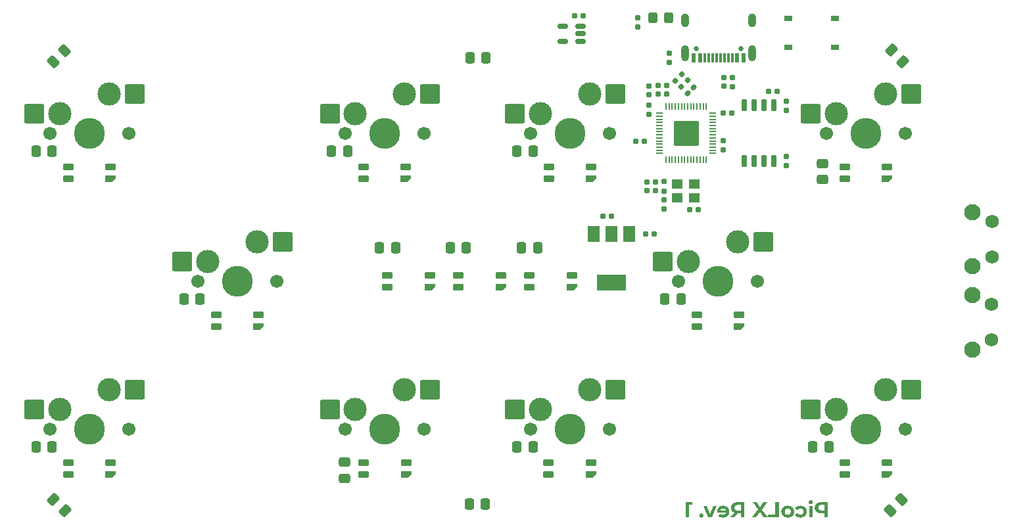
<source format=gbs>
%TF.GenerationSoftware,KiCad,Pcbnew,(7.0.0)*%
%TF.CreationDate,2023-03-23T02:06:17-06:00*%
%TF.ProjectId,PicoLX,5069636f-4c58-42e6-9b69-6361645f7063,rev?*%
%TF.SameCoordinates,Original*%
%TF.FileFunction,Soldermask,Bot*%
%TF.FilePolarity,Negative*%
%FSLAX46Y46*%
G04 Gerber Fmt 4.6, Leading zero omitted, Abs format (unit mm)*
G04 Created by KiCad (PCBNEW (7.0.0)) date 2023-03-23 02:06:17*
%MOMM*%
%LPD*%
G01*
G04 APERTURE LIST*
G04 Aperture macros list*
%AMRoundRect*
0 Rectangle with rounded corners*
0 $1 Rounding radius*
0 $2 $3 $4 $5 $6 $7 $8 $9 X,Y pos of 4 corners*
0 Add a 4 corners polygon primitive as box body*
4,1,4,$2,$3,$4,$5,$6,$7,$8,$9,$2,$3,0*
0 Add four circle primitives for the rounded corners*
1,1,$1+$1,$2,$3*
1,1,$1+$1,$4,$5*
1,1,$1+$1,$6,$7*
1,1,$1+$1,$8,$9*
0 Add four rect primitives between the rounded corners*
20,1,$1+$1,$2,$3,$4,$5,0*
20,1,$1+$1,$4,$5,$6,$7,0*
20,1,$1+$1,$6,$7,$8,$9,0*
20,1,$1+$1,$8,$9,$2,$3,0*%
%AMFreePoly0*
4,1,18,-0.410000,0.593000,-0.403758,0.624380,-0.385983,0.650983,-0.359380,0.668758,-0.328000,0.675000,0.328000,0.675000,0.359380,0.668758,0.385983,0.650983,0.403758,0.624380,0.410000,0.593000,0.410000,-0.593000,0.403758,-0.624380,0.385983,-0.650983,0.359380,-0.668758,0.328000,-0.675000,0.000000,-0.675000,-0.410000,-0.265000,-0.410000,0.593000,-0.410000,0.593000,$1*%
G04 Aperture macros list end*
%ADD10C,0.200000*%
%ADD11RoundRect,0.155000X0.212500X0.155000X-0.212500X0.155000X-0.212500X-0.155000X0.212500X-0.155000X0*%
%ADD12RoundRect,0.160000X0.160000X-0.197500X0.160000X0.197500X-0.160000X0.197500X-0.160000X-0.197500X0*%
%ADD13RoundRect,0.250000X-0.337500X-0.475000X0.337500X-0.475000X0.337500X0.475000X-0.337500X0.475000X0*%
%ADD14RoundRect,0.250000X0.475000X-0.337500X0.475000X0.337500X-0.475000X0.337500X-0.475000X-0.337500X0*%
%ADD15RoundRect,0.250000X0.337500X0.475000X-0.337500X0.475000X-0.337500X-0.475000X0.337500X-0.475000X0*%
%ADD16RoundRect,0.250000X-0.475000X0.337500X-0.475000X-0.337500X0.475000X-0.337500X0.475000X0.337500X0*%
%ADD17RoundRect,0.250000X0.574524X0.097227X0.097227X0.574524X-0.574524X-0.097227X-0.097227X-0.574524X0*%
%ADD18RoundRect,0.250000X0.097227X-0.574524X0.574524X-0.097227X-0.097227X0.574524X-0.574524X0.097227X0*%
%ADD19RoundRect,0.250000X-0.097227X0.574524X-0.574524X0.097227X0.097227X-0.574524X0.574524X-0.097227X0*%
%ADD20C,2.100000*%
%ADD21C,1.750000*%
%ADD22RoundRect,0.082000X0.593000X-0.328000X0.593000X0.328000X-0.593000X0.328000X-0.593000X-0.328000X0*%
%ADD23FreePoly0,90.000000*%
%ADD24RoundRect,0.200000X-1.075000X-1.050000X1.075000X-1.050000X1.075000X1.050000X-1.075000X1.050000X0*%
%ADD25C,1.701800*%
%ADD26C,3.000000*%
%ADD27C,3.987800*%
%ADD28RoundRect,0.160000X-0.160000X0.197500X-0.160000X-0.197500X0.160000X-0.197500X0.160000X0.197500X0*%
%ADD29RoundRect,0.160000X-0.026517X-0.252791X0.252791X0.026517X0.026517X0.252791X-0.252791X-0.026517X0*%
%ADD30R,1.400000X1.200000*%
%ADD31RoundRect,0.155000X-0.155000X0.212500X-0.155000X-0.212500X0.155000X-0.212500X0.155000X0.212500X0*%
%ADD32RoundRect,0.155000X0.155000X-0.212500X0.155000X0.212500X-0.155000X0.212500X-0.155000X-0.212500X0*%
%ADD33R,1.000000X0.750000*%
%ADD34RoundRect,0.155000X-0.212500X-0.155000X0.212500X-0.155000X0.212500X0.155000X-0.212500X0.155000X0*%
%ADD35O,1.000000X2.100000*%
%ADD36O,1.000000X1.800000*%
%ADD37R,0.600000X1.240000*%
%ADD38R,0.300000X1.240000*%
%ADD39C,0.650000*%
%ADD40RoundRect,0.250000X0.325000X0.450000X-0.325000X0.450000X-0.325000X-0.450000X0.325000X-0.450000X0*%
%ADD41RoundRect,0.144000X1.456000X1.456000X-1.456000X1.456000X-1.456000X-1.456000X1.456000X-1.456000X0*%
%ADD42RoundRect,0.050000X0.050000X0.387500X-0.050000X0.387500X-0.050000X-0.387500X0.050000X-0.387500X0*%
%ADD43RoundRect,0.050000X0.387500X0.050000X-0.387500X0.050000X-0.387500X-0.050000X0.387500X-0.050000X0*%
%ADD44RoundRect,0.150000X0.512500X0.150000X-0.512500X0.150000X-0.512500X-0.150000X0.512500X-0.150000X0*%
%ADD45R,1.500000X2.000000*%
%ADD46R,3.800000X2.000000*%
%ADD47RoundRect,0.155000X-0.040659X-0.259862X0.259862X0.040659X0.040659X0.259862X-0.259862X-0.040659X0*%
%ADD48RoundRect,0.150000X0.150000X-0.650000X0.150000X0.650000X-0.150000X0.650000X-0.150000X-0.650000X0*%
G04 APERTURE END LIST*
D10*
G36*
X204469880Y-126771600D02*
G01*
X204016566Y-126771600D01*
X204016566Y-126224007D01*
X203621381Y-126224007D01*
X203589104Y-126223673D01*
X203557366Y-126222671D01*
X203526166Y-126221002D01*
X203495504Y-126218664D01*
X203465380Y-126215659D01*
X203435794Y-126211986D01*
X203406747Y-126207645D01*
X203378237Y-126202636D01*
X203350265Y-126196959D01*
X203322832Y-126190614D01*
X203295937Y-126183602D01*
X203269579Y-126175922D01*
X203243760Y-126167574D01*
X203218479Y-126158558D01*
X203193736Y-126148874D01*
X203169531Y-126138522D01*
X203145880Y-126127541D01*
X203122919Y-126115968D01*
X203100649Y-126103803D01*
X203079070Y-126091047D01*
X203058181Y-126077700D01*
X203037984Y-126063761D01*
X203018477Y-126049230D01*
X202999660Y-126034108D01*
X202981535Y-126018395D01*
X202964100Y-126002090D01*
X202947356Y-125985193D01*
X202931303Y-125967705D01*
X202915941Y-125949625D01*
X202901269Y-125930954D01*
X202887288Y-125911691D01*
X202873998Y-125891837D01*
X202861457Y-125871414D01*
X202849726Y-125850567D01*
X202838804Y-125829297D01*
X202828690Y-125807604D01*
X202819386Y-125785486D01*
X202810891Y-125762945D01*
X202803205Y-125739981D01*
X202796328Y-125716593D01*
X202790260Y-125692781D01*
X202785002Y-125668545D01*
X202780552Y-125643886D01*
X202776911Y-125618804D01*
X202774079Y-125593298D01*
X202772057Y-125567368D01*
X202770843Y-125541014D01*
X202770439Y-125514237D01*
X203229615Y-125514237D01*
X203229719Y-125524665D01*
X203230551Y-125545071D01*
X203232215Y-125564877D01*
X203236271Y-125593464D01*
X203242198Y-125620702D01*
X203249998Y-125646592D01*
X203259669Y-125671134D01*
X203271213Y-125694328D01*
X203284628Y-125716174D01*
X203299915Y-125736672D01*
X203317074Y-125755822D01*
X203336105Y-125773623D01*
X203349798Y-125784685D01*
X203371768Y-125799939D01*
X203395456Y-125813587D01*
X203420861Y-125825630D01*
X203447984Y-125836067D01*
X203467019Y-125842133D01*
X203486818Y-125847486D01*
X203507380Y-125852124D01*
X203528706Y-125856049D01*
X203550794Y-125859261D01*
X203573646Y-125861759D01*
X203597262Y-125863543D01*
X203621640Y-125864613D01*
X203646782Y-125864970D01*
X204016566Y-125864970D01*
X204016566Y-125161062D01*
X203646782Y-125161062D01*
X203634116Y-125161151D01*
X203609356Y-125161865D01*
X203585359Y-125163292D01*
X203562125Y-125165433D01*
X203539655Y-125168288D01*
X203517948Y-125171856D01*
X203497004Y-125176138D01*
X203476823Y-125181133D01*
X203457406Y-125186843D01*
X203429711Y-125196745D01*
X203403734Y-125208252D01*
X203379473Y-125221365D01*
X203356931Y-125236084D01*
X203336105Y-125252409D01*
X203323210Y-125264136D01*
X203305427Y-125282887D01*
X203289516Y-125303028D01*
X203275476Y-125324561D01*
X203263309Y-125347484D01*
X203253014Y-125371799D01*
X203244590Y-125397505D01*
X203238039Y-125424601D01*
X203233359Y-125453089D01*
X203231279Y-125472853D01*
X203230031Y-125493236D01*
X203229615Y-125514237D01*
X202770439Y-125514237D01*
X202770843Y-125487172D01*
X202772057Y-125460565D01*
X202774079Y-125434416D01*
X202776911Y-125408724D01*
X202780552Y-125383491D01*
X202785002Y-125358716D01*
X202790260Y-125334398D01*
X202796328Y-125310539D01*
X202803205Y-125287137D01*
X202810891Y-125264194D01*
X202819386Y-125241708D01*
X202828690Y-125219680D01*
X202838804Y-125198111D01*
X202849726Y-125176999D01*
X202861457Y-125156345D01*
X202873998Y-125136149D01*
X202887288Y-125116408D01*
X202901269Y-125097238D01*
X202915941Y-125078642D01*
X202931303Y-125060617D01*
X202947356Y-125043165D01*
X202964100Y-125026286D01*
X202981535Y-125009979D01*
X202999660Y-124994244D01*
X203018477Y-124979082D01*
X203037984Y-124964492D01*
X203058181Y-124950475D01*
X203079070Y-124937030D01*
X203100649Y-124924158D01*
X203122919Y-124911858D01*
X203145880Y-124900131D01*
X203169531Y-124888976D01*
X203193736Y-124878446D01*
X203218479Y-124868597D01*
X203243760Y-124859426D01*
X203269579Y-124850935D01*
X203295937Y-124843123D01*
X203322832Y-124835990D01*
X203350265Y-124829537D01*
X203378237Y-124823763D01*
X203406747Y-124818668D01*
X203435794Y-124814253D01*
X203465380Y-124810516D01*
X203495504Y-124807460D01*
X203526166Y-124805082D01*
X203557366Y-124803384D01*
X203589104Y-124802365D01*
X203621381Y-124802025D01*
X204469880Y-124802025D01*
X204469880Y-126771600D01*
G37*
G36*
X202480278Y-125270971D02*
G01*
X202043572Y-125270971D01*
X202043572Y-126771600D01*
X202480278Y-126771600D01*
X202480278Y-125270971D01*
G37*
G36*
X202262413Y-125052130D02*
G01*
X202284554Y-125051499D01*
X202305913Y-125049605D01*
X202326491Y-125046450D01*
X202346288Y-125042032D01*
X202365303Y-125036352D01*
X202389441Y-125026815D01*
X202412190Y-125015034D01*
X202433550Y-125001009D01*
X202453521Y-124984740D01*
X202458296Y-124980322D01*
X202476042Y-124961829D01*
X202491422Y-124942251D01*
X202504435Y-124921590D01*
X202515083Y-124899844D01*
X202523364Y-124877015D01*
X202529279Y-124853102D01*
X202532828Y-124828106D01*
X202534012Y-124802025D01*
X202533346Y-124782363D01*
X202530388Y-124757095D01*
X202525065Y-124732912D01*
X202517375Y-124709812D01*
X202507319Y-124687795D01*
X202494897Y-124666863D01*
X202480109Y-124647014D01*
X202462954Y-124628250D01*
X202458296Y-124623728D01*
X202438673Y-124606898D01*
X202417660Y-124592312D01*
X202395259Y-124579970D01*
X202371468Y-124569872D01*
X202352713Y-124563772D01*
X202333177Y-124558933D01*
X202312860Y-124555357D01*
X202291761Y-124553042D01*
X202269881Y-124551991D01*
X202262413Y-124551921D01*
X202240190Y-124552526D01*
X202218765Y-124554342D01*
X202198138Y-124557369D01*
X202178310Y-124561606D01*
X202159280Y-124567054D01*
X202135150Y-124576202D01*
X202112439Y-124587502D01*
X202091148Y-124600955D01*
X202071277Y-124616559D01*
X202066531Y-124620797D01*
X202048785Y-124638558D01*
X202033405Y-124657403D01*
X202020392Y-124677332D01*
X202009744Y-124698344D01*
X202001463Y-124720440D01*
X201995548Y-124743621D01*
X201991998Y-124767885D01*
X201990815Y-124793232D01*
X201991481Y-124813955D01*
X201993477Y-124833990D01*
X201996805Y-124853339D01*
X202003311Y-124878069D01*
X202012184Y-124901577D01*
X202023423Y-124923864D01*
X202037028Y-124944930D01*
X202053000Y-124964775D01*
X202066531Y-124978857D01*
X202081035Y-124991952D01*
X202101616Y-125007408D01*
X202123617Y-125020574D01*
X202147038Y-125031450D01*
X202165535Y-125038105D01*
X202184831Y-125043472D01*
X202204925Y-125047550D01*
X202225818Y-125050341D01*
X202247509Y-125051844D01*
X202262413Y-125052130D01*
G37*
G36*
X200910285Y-126787231D02*
G01*
X200940197Y-126786848D01*
X200969728Y-126785697D01*
X200998877Y-126783779D01*
X201027644Y-126781094D01*
X201056029Y-126777643D01*
X201084033Y-126773424D01*
X201111656Y-126768438D01*
X201138896Y-126762685D01*
X201165755Y-126756164D01*
X201192233Y-126748877D01*
X201218329Y-126740823D01*
X201244043Y-126732002D01*
X201269375Y-126722413D01*
X201294326Y-126712058D01*
X201318896Y-126700935D01*
X201343083Y-126689045D01*
X201366693Y-126676476D01*
X201389650Y-126663316D01*
X201411954Y-126649564D01*
X201433606Y-126635220D01*
X201454605Y-126620285D01*
X201474952Y-126604759D01*
X201494646Y-126588641D01*
X201513687Y-126571931D01*
X201532076Y-126554630D01*
X201549812Y-126536737D01*
X201566896Y-126518253D01*
X201583327Y-126499177D01*
X201599105Y-126479510D01*
X201614231Y-126459251D01*
X201628704Y-126438401D01*
X201642525Y-126416959D01*
X201655598Y-126394977D01*
X201667827Y-126372629D01*
X201679213Y-126349914D01*
X201689756Y-126326833D01*
X201699455Y-126303386D01*
X201708310Y-126279572D01*
X201716323Y-126255392D01*
X201723492Y-126230846D01*
X201729817Y-126205933D01*
X201735299Y-126180654D01*
X201739938Y-126155008D01*
X201743733Y-126128997D01*
X201746685Y-126102618D01*
X201748794Y-126075874D01*
X201750059Y-126048763D01*
X201750480Y-126021285D01*
X201750059Y-125993810D01*
X201748794Y-125966705D01*
X201746685Y-125939970D01*
X201743733Y-125913605D01*
X201739938Y-125887610D01*
X201735299Y-125861986D01*
X201729817Y-125836731D01*
X201723492Y-125811847D01*
X201716323Y-125787333D01*
X201708310Y-125763189D01*
X201699455Y-125739416D01*
X201689756Y-125716012D01*
X201679213Y-125692979D01*
X201667827Y-125670316D01*
X201655598Y-125648023D01*
X201642525Y-125626101D01*
X201628704Y-125604600D01*
X201614231Y-125583694D01*
X201599105Y-125563384D01*
X201583327Y-125543669D01*
X201566896Y-125524549D01*
X201549812Y-125506025D01*
X201532076Y-125488096D01*
X201513687Y-125470762D01*
X201494646Y-125454024D01*
X201474952Y-125437881D01*
X201454605Y-125422333D01*
X201433606Y-125407381D01*
X201411954Y-125393024D01*
X201389650Y-125379263D01*
X201366693Y-125366096D01*
X201343083Y-125353526D01*
X201318896Y-125341636D01*
X201294326Y-125330513D01*
X201269375Y-125320158D01*
X201244043Y-125310569D01*
X201218329Y-125301748D01*
X201192233Y-125293694D01*
X201165755Y-125286406D01*
X201138896Y-125279886D01*
X201111656Y-125274133D01*
X201084033Y-125269147D01*
X201056029Y-125264928D01*
X201027644Y-125261477D01*
X200998877Y-125258792D01*
X200969728Y-125256874D01*
X200940197Y-125255723D01*
X200910285Y-125255340D01*
X200880783Y-125255733D01*
X200851751Y-125256912D01*
X200823188Y-125258878D01*
X200795094Y-125261629D01*
X200767470Y-125265167D01*
X200740315Y-125269491D01*
X200713629Y-125274601D01*
X200687413Y-125280497D01*
X200661667Y-125287179D01*
X200636390Y-125294648D01*
X200611582Y-125302902D01*
X200587243Y-125311943D01*
X200563374Y-125321770D01*
X200539975Y-125332383D01*
X200517045Y-125343783D01*
X200494584Y-125355968D01*
X200472735Y-125368823D01*
X200451643Y-125382354D01*
X200431306Y-125396560D01*
X200411724Y-125411442D01*
X200392899Y-125426999D01*
X200374828Y-125443231D01*
X200357514Y-125460139D01*
X200340955Y-125477723D01*
X200325152Y-125495982D01*
X200310104Y-125514917D01*
X200295812Y-125534527D01*
X200282276Y-125554812D01*
X200269495Y-125575773D01*
X200257470Y-125597410D01*
X200246200Y-125619722D01*
X200235686Y-125642709D01*
X200574207Y-125819052D01*
X200589327Y-125794267D01*
X200605256Y-125771082D01*
X200621995Y-125749495D01*
X200639542Y-125729507D01*
X200657898Y-125711118D01*
X200677064Y-125694328D01*
X200697038Y-125679137D01*
X200717822Y-125665546D01*
X200739414Y-125653553D01*
X200761816Y-125643159D01*
X200785027Y-125634365D01*
X200809046Y-125627169D01*
X200833875Y-125621573D01*
X200859513Y-125617575D01*
X200885960Y-125615176D01*
X200913216Y-125614377D01*
X200934299Y-125614804D01*
X200954928Y-125616087D01*
X200975103Y-125618224D01*
X200994824Y-125621216D01*
X201014090Y-125625063D01*
X201042139Y-125632436D01*
X201069165Y-125641732D01*
X201095170Y-125652952D01*
X201120153Y-125666095D01*
X201144114Y-125681162D01*
X201167053Y-125698152D01*
X201188970Y-125717066D01*
X201196049Y-125723798D01*
X201216040Y-125744922D01*
X201234065Y-125767447D01*
X201250124Y-125791370D01*
X201264216Y-125816694D01*
X201276342Y-125843417D01*
X201283333Y-125862010D01*
X201289451Y-125881225D01*
X201294694Y-125901062D01*
X201299064Y-125921521D01*
X201302560Y-125942603D01*
X201305181Y-125964306D01*
X201306929Y-125986631D01*
X201307803Y-126009579D01*
X201307912Y-126021285D01*
X201307475Y-126044546D01*
X201306165Y-126067188D01*
X201303980Y-126089212D01*
X201300921Y-126110617D01*
X201296988Y-126131405D01*
X201292182Y-126151574D01*
X201286501Y-126171125D01*
X201279947Y-126190057D01*
X201272518Y-126208372D01*
X201264216Y-126226068D01*
X201250124Y-126251453D01*
X201234065Y-126275447D01*
X201216040Y-126298050D01*
X201196049Y-126319262D01*
X201174472Y-126338729D01*
X201151874Y-126356282D01*
X201128253Y-126371919D01*
X201103611Y-126385642D01*
X201077947Y-126397450D01*
X201051261Y-126407344D01*
X201023553Y-126415322D01*
X200994824Y-126421386D01*
X200975103Y-126424364D01*
X200954928Y-126426492D01*
X200934299Y-126427769D01*
X200913216Y-126428194D01*
X200885617Y-126427408D01*
X200858872Y-126425049D01*
X200832982Y-126421119D01*
X200807947Y-126415616D01*
X200783767Y-126408540D01*
X200760442Y-126399892D01*
X200737972Y-126389672D01*
X200716356Y-126377880D01*
X200695596Y-126364515D01*
X200675690Y-126349578D01*
X200656639Y-126333069D01*
X200638443Y-126314987D01*
X200621102Y-126295334D01*
X200604615Y-126274107D01*
X200588984Y-126251309D01*
X200574207Y-126226938D01*
X200235686Y-126406212D01*
X200246200Y-126428316D01*
X200257470Y-126449810D01*
X200269495Y-126470692D01*
X200282276Y-126490964D01*
X200295812Y-126510626D01*
X200310104Y-126529677D01*
X200325152Y-126548117D01*
X200340955Y-126565947D01*
X200357514Y-126583166D01*
X200374828Y-126599775D01*
X200392899Y-126615773D01*
X200411724Y-126631160D01*
X200431306Y-126645937D01*
X200451643Y-126660103D01*
X200472735Y-126673658D01*
X200494584Y-126686603D01*
X200517045Y-126698788D01*
X200539975Y-126710188D01*
X200563374Y-126720801D01*
X200587243Y-126730628D01*
X200611582Y-126739669D01*
X200636390Y-126747923D01*
X200661667Y-126755392D01*
X200687413Y-126762074D01*
X200713629Y-126767970D01*
X200740315Y-126773080D01*
X200767470Y-126777404D01*
X200795094Y-126780942D01*
X200823188Y-126783693D01*
X200851751Y-126785659D01*
X200880783Y-126786838D01*
X200910285Y-126787231D01*
G37*
G36*
X199315616Y-125255723D02*
G01*
X199344780Y-125256874D01*
X199373562Y-125258792D01*
X199401963Y-125261477D01*
X199429983Y-125264928D01*
X199457620Y-125269147D01*
X199484876Y-125274133D01*
X199511751Y-125279886D01*
X199538243Y-125286406D01*
X199564354Y-125293694D01*
X199590084Y-125301748D01*
X199615432Y-125310569D01*
X199640398Y-125320158D01*
X199664982Y-125330513D01*
X199689185Y-125341636D01*
X199713007Y-125353526D01*
X199736315Y-125366096D01*
X199758978Y-125379263D01*
X199780996Y-125393024D01*
X199802369Y-125407381D01*
X199823097Y-125422333D01*
X199843180Y-125437881D01*
X199862619Y-125454024D01*
X199881412Y-125470762D01*
X199899560Y-125488096D01*
X199917064Y-125506025D01*
X199933922Y-125524549D01*
X199950136Y-125543669D01*
X199965704Y-125563384D01*
X199980628Y-125583694D01*
X199994907Y-125604600D01*
X200008540Y-125626101D01*
X200021436Y-125648023D01*
X200033499Y-125670316D01*
X200044730Y-125692979D01*
X200055130Y-125716012D01*
X200064697Y-125739416D01*
X200073433Y-125763189D01*
X200081336Y-125787333D01*
X200088408Y-125811847D01*
X200094648Y-125836731D01*
X200100055Y-125861986D01*
X200104631Y-125887610D01*
X200108375Y-125913605D01*
X200111287Y-125939970D01*
X200113366Y-125966705D01*
X200114614Y-125993810D01*
X200115030Y-126021285D01*
X200114614Y-126048763D01*
X200113366Y-126075874D01*
X200111287Y-126102618D01*
X200108375Y-126128997D01*
X200104631Y-126155008D01*
X200100055Y-126180654D01*
X200094648Y-126205933D01*
X200088408Y-126230846D01*
X200081336Y-126255392D01*
X200073433Y-126279572D01*
X200064697Y-126303386D01*
X200055130Y-126326833D01*
X200044730Y-126349914D01*
X200033499Y-126372629D01*
X200021436Y-126394977D01*
X200008540Y-126416959D01*
X199994907Y-126438401D01*
X199980628Y-126459251D01*
X199965704Y-126479510D01*
X199950136Y-126499177D01*
X199933922Y-126518253D01*
X199917064Y-126536737D01*
X199899560Y-126554630D01*
X199881412Y-126571931D01*
X199862619Y-126588641D01*
X199843180Y-126604759D01*
X199823097Y-126620285D01*
X199802369Y-126635220D01*
X199780996Y-126649564D01*
X199758978Y-126663316D01*
X199736315Y-126676476D01*
X199713007Y-126689045D01*
X199689185Y-126700935D01*
X199664982Y-126712058D01*
X199640398Y-126722413D01*
X199615432Y-126732002D01*
X199590084Y-126740823D01*
X199564354Y-126748877D01*
X199538243Y-126756164D01*
X199511751Y-126762685D01*
X199484876Y-126768438D01*
X199457620Y-126773424D01*
X199429983Y-126777643D01*
X199401963Y-126781094D01*
X199373562Y-126783779D01*
X199344780Y-126785697D01*
X199315616Y-126786848D01*
X199286070Y-126787231D01*
X199256530Y-126786848D01*
X199227383Y-126785697D01*
X199198629Y-126783779D01*
X199170268Y-126781094D01*
X199142301Y-126777643D01*
X199114726Y-126773424D01*
X199087545Y-126768438D01*
X199060756Y-126762685D01*
X199034361Y-126756164D01*
X199008358Y-126748877D01*
X198982749Y-126740823D01*
X198957533Y-126732002D01*
X198932710Y-126722413D01*
X198908280Y-126712058D01*
X198884243Y-126700935D01*
X198860599Y-126689045D01*
X198837469Y-126676476D01*
X198814971Y-126663316D01*
X198793108Y-126649564D01*
X198771878Y-126635220D01*
X198751281Y-126620285D01*
X198731318Y-126604759D01*
X198711989Y-126588641D01*
X198693293Y-126571931D01*
X198675230Y-126554630D01*
X198657801Y-126536737D01*
X198641006Y-126518253D01*
X198624844Y-126499177D01*
X198609315Y-126479510D01*
X198594420Y-126459251D01*
X198580159Y-126438401D01*
X198566531Y-126416959D01*
X198553635Y-126394977D01*
X198541572Y-126372629D01*
X198530341Y-126349914D01*
X198519941Y-126326833D01*
X198510374Y-126303386D01*
X198501638Y-126279572D01*
X198493735Y-126255392D01*
X198486663Y-126230846D01*
X198480424Y-126205933D01*
X198475016Y-126180654D01*
X198470440Y-126155008D01*
X198466696Y-126128997D01*
X198463785Y-126102618D01*
X198461705Y-126075874D01*
X198460457Y-126048763D01*
X198460041Y-126021285D01*
X198902609Y-126021285D01*
X198902714Y-126032814D01*
X198903558Y-126055433D01*
X198905244Y-126077468D01*
X198907775Y-126098920D01*
X198911148Y-126119787D01*
X198915365Y-126140071D01*
X198920426Y-126159771D01*
X198926330Y-126178887D01*
X198933077Y-126197418D01*
X198944779Y-126224122D01*
X198958379Y-126249511D01*
X198973876Y-126273586D01*
X198991271Y-126296348D01*
X199010564Y-126317796D01*
X199031247Y-126337526D01*
X199052994Y-126355314D01*
X199075806Y-126371162D01*
X199099682Y-126385070D01*
X199124624Y-126397037D01*
X199150630Y-126407063D01*
X199177701Y-126415149D01*
X199205836Y-126421294D01*
X199225185Y-126424313D01*
X199245007Y-126426469D01*
X199265302Y-126427763D01*
X199286070Y-126428194D01*
X199306846Y-126427763D01*
X199327164Y-126426469D01*
X199347024Y-126424313D01*
X199366426Y-126421294D01*
X199394670Y-126415149D01*
X199421884Y-126407063D01*
X199448068Y-126397037D01*
X199473221Y-126385070D01*
X199497344Y-126371162D01*
X199520436Y-126355314D01*
X199542498Y-126337526D01*
X199563530Y-126317796D01*
X199576721Y-126303644D01*
X199594912Y-126281320D01*
X199611188Y-126257682D01*
X199625549Y-126232731D01*
X199637995Y-126206465D01*
X199645229Y-126188225D01*
X199651612Y-126169402D01*
X199657144Y-126149994D01*
X199661824Y-126130002D01*
X199665654Y-126109427D01*
X199668633Y-126088267D01*
X199670760Y-126066524D01*
X199672037Y-126044197D01*
X199672462Y-126021285D01*
X199672356Y-126009757D01*
X199671505Y-125987142D01*
X199669803Y-125965114D01*
X199667250Y-125943674D01*
X199663846Y-125922822D01*
X199659590Y-125902558D01*
X199654484Y-125882881D01*
X199648527Y-125863792D01*
X199641719Y-125845290D01*
X199629911Y-125818640D01*
X199616188Y-125793312D01*
X199600550Y-125769307D01*
X199582997Y-125746624D01*
X199563530Y-125725263D01*
X199542498Y-125705447D01*
X199520436Y-125687579D01*
X199497344Y-125671661D01*
X199473221Y-125657692D01*
X199448068Y-125645672D01*
X199421884Y-125635601D01*
X199394670Y-125627480D01*
X199366426Y-125621307D01*
X199347024Y-125618275D01*
X199327164Y-125616109D01*
X199306846Y-125614810D01*
X199286070Y-125614377D01*
X199265302Y-125614810D01*
X199245007Y-125616109D01*
X199225185Y-125618275D01*
X199205836Y-125621307D01*
X199177701Y-125627480D01*
X199150630Y-125635601D01*
X199124624Y-125645672D01*
X199099682Y-125657692D01*
X199075806Y-125671661D01*
X199052994Y-125687579D01*
X199031247Y-125705447D01*
X199010564Y-125725263D01*
X198997491Y-125739357D01*
X198979464Y-125761599D01*
X198963334Y-125785164D01*
X198949101Y-125810051D01*
X198936767Y-125836260D01*
X198929598Y-125854468D01*
X198923272Y-125873263D01*
X198917790Y-125892646D01*
X198913151Y-125912616D01*
X198909356Y-125933175D01*
X198906404Y-125954321D01*
X198904296Y-125976055D01*
X198903031Y-125998376D01*
X198902609Y-126021285D01*
X198460041Y-126021285D01*
X198460457Y-125993810D01*
X198461705Y-125966705D01*
X198463785Y-125939970D01*
X198466696Y-125913605D01*
X198470440Y-125887610D01*
X198475016Y-125861986D01*
X198480424Y-125836731D01*
X198486663Y-125811847D01*
X198493735Y-125787333D01*
X198501638Y-125763189D01*
X198510374Y-125739416D01*
X198519941Y-125716012D01*
X198530341Y-125692979D01*
X198541572Y-125670316D01*
X198553635Y-125648023D01*
X198566531Y-125626101D01*
X198580159Y-125604600D01*
X198594420Y-125583694D01*
X198609315Y-125563384D01*
X198624844Y-125543669D01*
X198641006Y-125524549D01*
X198657801Y-125506025D01*
X198675230Y-125488096D01*
X198693293Y-125470762D01*
X198711989Y-125454024D01*
X198731318Y-125437881D01*
X198751281Y-125422333D01*
X198771878Y-125407381D01*
X198793108Y-125393024D01*
X198814971Y-125379263D01*
X198837469Y-125366096D01*
X198860599Y-125353526D01*
X198884243Y-125341636D01*
X198908280Y-125330513D01*
X198932710Y-125320158D01*
X198957533Y-125310569D01*
X198982749Y-125301748D01*
X199008358Y-125293694D01*
X199034361Y-125286406D01*
X199060756Y-125279886D01*
X199087545Y-125274133D01*
X199114726Y-125269147D01*
X199142301Y-125264928D01*
X199170268Y-125261477D01*
X199198629Y-125258792D01*
X199227383Y-125256874D01*
X199256530Y-125255723D01*
X199286070Y-125255340D01*
X199315616Y-125255723D01*
G37*
G36*
X198139106Y-124802025D02*
G01*
X197685791Y-124802025D01*
X197685791Y-126412563D01*
X196702958Y-126412563D01*
X196702958Y-126771600D01*
X198139106Y-126771600D01*
X198139106Y-124802025D01*
G37*
G36*
X195241409Y-126771600D02*
G01*
X195714751Y-126089673D01*
X196179790Y-126771600D01*
X196700515Y-126771600D01*
X195975114Y-125772646D01*
X196663879Y-124802025D01*
X196149015Y-124802025D01*
X195698143Y-125444384D01*
X195255575Y-124802025D01*
X194765624Y-124802025D01*
X195449015Y-125756038D01*
X194718240Y-126771600D01*
X195241409Y-126771600D01*
G37*
G36*
X193686070Y-126771600D02*
G01*
X193232755Y-126771600D01*
X193232755Y-126224007D01*
X192837570Y-126224007D01*
X192815589Y-126224007D01*
X192437501Y-126771600D01*
X191949992Y-126771600D01*
X192389629Y-126141453D01*
X192365854Y-126130598D01*
X192342765Y-126119158D01*
X192320363Y-126107135D01*
X192298649Y-126094528D01*
X192277621Y-126081337D01*
X192257280Y-126067562D01*
X192237626Y-126053203D01*
X192218659Y-126038260D01*
X192200379Y-126022734D01*
X192182786Y-126006623D01*
X192165880Y-125989929D01*
X192149660Y-125972651D01*
X192134128Y-125954788D01*
X192119283Y-125936342D01*
X192105124Y-125917312D01*
X192091653Y-125897699D01*
X192078935Y-125877554D01*
X192067038Y-125856933D01*
X192055961Y-125835835D01*
X192045705Y-125814259D01*
X192036269Y-125792207D01*
X192027654Y-125769677D01*
X192019859Y-125746671D01*
X192012884Y-125723187D01*
X192006731Y-125699226D01*
X192001397Y-125674789D01*
X191996885Y-125649874D01*
X191993192Y-125624482D01*
X191990321Y-125598614D01*
X191988269Y-125572268D01*
X191987039Y-125545445D01*
X191986628Y-125518145D01*
X191986701Y-125513260D01*
X192445805Y-125513260D01*
X192445909Y-125523629D01*
X192446741Y-125543928D01*
X192448405Y-125563643D01*
X192452461Y-125592120D01*
X192458388Y-125619284D01*
X192466188Y-125645134D01*
X192475859Y-125669671D01*
X192487403Y-125692893D01*
X192500818Y-125714802D01*
X192516105Y-125735397D01*
X192533264Y-125754679D01*
X192552295Y-125772646D01*
X192565988Y-125783826D01*
X192587958Y-125799243D01*
X192611646Y-125813038D01*
X192637051Y-125825210D01*
X192664173Y-125835758D01*
X192683209Y-125841889D01*
X192703008Y-125847299D01*
X192723570Y-125851987D01*
X192744896Y-125855954D01*
X192766984Y-125859200D01*
X192789836Y-125861724D01*
X192813451Y-125863527D01*
X192837830Y-125864609D01*
X192862972Y-125864970D01*
X193232755Y-125864970D01*
X193232755Y-125161062D01*
X192862972Y-125161062D01*
X192850305Y-125161151D01*
X192825545Y-125161861D01*
X192801548Y-125163280D01*
X192778315Y-125165410D01*
X192755845Y-125168249D01*
X192734137Y-125171798D01*
X192713194Y-125176057D01*
X192693013Y-125181026D01*
X192673596Y-125186705D01*
X192645901Y-125196554D01*
X192619923Y-125208000D01*
X192595663Y-125221043D01*
X192573120Y-125235683D01*
X192552295Y-125251921D01*
X192539400Y-125263589D01*
X192521617Y-125282258D01*
X192505706Y-125302326D01*
X192491666Y-125323794D01*
X192479499Y-125346662D01*
X192469204Y-125370929D01*
X192460780Y-125396596D01*
X192454228Y-125423663D01*
X192449549Y-125452129D01*
X192447469Y-125471884D01*
X192446221Y-125492261D01*
X192445805Y-125513260D01*
X191986701Y-125513260D01*
X191987033Y-125490899D01*
X191988246Y-125464114D01*
X191990269Y-125437791D01*
X191993101Y-125411930D01*
X191996742Y-125386531D01*
X192001191Y-125361593D01*
X192006450Y-125337117D01*
X192012518Y-125313103D01*
X192019395Y-125289551D01*
X192027081Y-125266461D01*
X192035576Y-125243832D01*
X192044880Y-125221665D01*
X192054993Y-125199960D01*
X192065916Y-125178716D01*
X192077647Y-125157935D01*
X192090187Y-125137615D01*
X192103478Y-125117812D01*
X192117459Y-125098582D01*
X192132130Y-125079924D01*
X192147493Y-125061839D01*
X192163546Y-125044326D01*
X192180290Y-125027385D01*
X192197725Y-125011017D01*
X192215850Y-124995221D01*
X192234667Y-124979998D01*
X192254174Y-124965347D01*
X192274371Y-124951269D01*
X192295260Y-124937763D01*
X192316839Y-124924830D01*
X192339109Y-124912469D01*
X192362070Y-124900680D01*
X192385721Y-124889464D01*
X192409926Y-124878876D01*
X192434669Y-124868971D01*
X192459950Y-124859749D01*
X192485769Y-124851210D01*
X192512126Y-124843354D01*
X192539022Y-124836181D01*
X192566455Y-124829691D01*
X192594427Y-124823885D01*
X192622936Y-124818762D01*
X192651984Y-124814321D01*
X192681570Y-124810564D01*
X192711694Y-124807490D01*
X192742356Y-124805099D01*
X192773556Y-124803391D01*
X192805294Y-124802367D01*
X192837570Y-124802025D01*
X193686070Y-124802025D01*
X193686070Y-126771600D01*
G37*
G36*
X190995871Y-125255723D02*
G01*
X191023754Y-125256874D01*
X191051298Y-125258792D01*
X191078503Y-125261477D01*
X191105368Y-125264928D01*
X191131893Y-125269147D01*
X191158078Y-125274133D01*
X191183924Y-125279886D01*
X191209430Y-125286406D01*
X191234597Y-125293694D01*
X191259424Y-125301748D01*
X191283911Y-125310569D01*
X191308059Y-125320158D01*
X191331867Y-125330513D01*
X191355335Y-125341636D01*
X191378464Y-125353526D01*
X191401056Y-125366102D01*
X191423038Y-125379286D01*
X191444409Y-125393076D01*
X191465170Y-125407473D01*
X191485320Y-125422476D01*
X191504859Y-125438087D01*
X191523788Y-125454304D01*
X191542106Y-125471128D01*
X191559814Y-125488559D01*
X191576911Y-125506597D01*
X191593397Y-125525242D01*
X191609273Y-125544493D01*
X191624538Y-125564351D01*
X191639193Y-125584816D01*
X191653237Y-125605888D01*
X191666670Y-125627566D01*
X191679388Y-125649655D01*
X191691285Y-125672079D01*
X191702362Y-125694840D01*
X191712618Y-125717936D01*
X191722054Y-125741368D01*
X191730670Y-125765136D01*
X191738464Y-125789240D01*
X191745439Y-125813679D01*
X191751592Y-125838454D01*
X191756926Y-125863566D01*
X191761438Y-125889013D01*
X191765131Y-125914796D01*
X191768002Y-125940914D01*
X191770054Y-125967369D01*
X191771284Y-125994159D01*
X191771695Y-126021285D01*
X191771279Y-126048763D01*
X191770031Y-126075874D01*
X191767951Y-126102618D01*
X191765039Y-126128997D01*
X191761295Y-126155008D01*
X191756720Y-126180654D01*
X191751312Y-126205933D01*
X191745072Y-126230846D01*
X191738001Y-126255392D01*
X191730097Y-126279572D01*
X191721362Y-126303386D01*
X191711794Y-126326833D01*
X191701395Y-126349914D01*
X191690163Y-126372629D01*
X191678100Y-126394977D01*
X191665205Y-126416959D01*
X191651544Y-126438401D01*
X191637186Y-126459251D01*
X191622128Y-126479510D01*
X191606373Y-126499177D01*
X191589919Y-126518253D01*
X191572767Y-126536737D01*
X191554916Y-126554630D01*
X191536367Y-126571931D01*
X191517119Y-126588641D01*
X191497173Y-126604759D01*
X191476529Y-126620285D01*
X191455186Y-126635220D01*
X191433145Y-126649564D01*
X191410406Y-126663316D01*
X191386968Y-126676476D01*
X191362832Y-126689045D01*
X191338059Y-126700935D01*
X191312831Y-126712058D01*
X191287149Y-126722413D01*
X191261013Y-126732002D01*
X191234423Y-126740823D01*
X191207379Y-126748877D01*
X191179881Y-126756164D01*
X191151928Y-126762685D01*
X191123522Y-126768438D01*
X191094661Y-126773424D01*
X191065346Y-126777643D01*
X191035577Y-126781094D01*
X191005354Y-126783779D01*
X190974677Y-126785697D01*
X190943545Y-126786848D01*
X190911960Y-126787231D01*
X190886597Y-126786989D01*
X190861617Y-126786264D01*
X190837020Y-126785054D01*
X190812805Y-126783361D01*
X190788973Y-126781185D01*
X190765523Y-126778524D01*
X190742456Y-126775380D01*
X190719771Y-126771752D01*
X190697469Y-126767641D01*
X190675550Y-126763045D01*
X190654013Y-126757966D01*
X190632859Y-126752404D01*
X190612087Y-126746357D01*
X190591698Y-126739827D01*
X190571692Y-126732813D01*
X190552068Y-126725315D01*
X190532827Y-126717334D01*
X190513968Y-126708869D01*
X190495492Y-126699920D01*
X190477398Y-126690488D01*
X190459687Y-126680572D01*
X190442359Y-126670172D01*
X190425413Y-126659288D01*
X190408850Y-126647921D01*
X190392670Y-126636070D01*
X190376871Y-126623735D01*
X190361456Y-126610917D01*
X190346423Y-126597615D01*
X190331773Y-126583829D01*
X190317505Y-126569559D01*
X190303620Y-126554806D01*
X190290118Y-126539569D01*
X190522637Y-126293372D01*
X190542489Y-126310255D01*
X190562723Y-126325978D01*
X190583339Y-126340541D01*
X190604336Y-126353944D01*
X190625715Y-126366187D01*
X190647475Y-126377269D01*
X190669618Y-126387192D01*
X190692141Y-126395954D01*
X190703604Y-126399858D01*
X190727158Y-126406911D01*
X190751551Y-126412956D01*
X190776785Y-126417993D01*
X190796261Y-126421110D01*
X190816209Y-126423660D01*
X190836630Y-126425644D01*
X190857522Y-126427061D01*
X190878887Y-126427911D01*
X190900725Y-126428194D01*
X190921877Y-126427898D01*
X190942589Y-126427011D01*
X190962864Y-126425532D01*
X190982699Y-126423462D01*
X191011629Y-126419247D01*
X191039571Y-126413702D01*
X191066526Y-126406825D01*
X191092493Y-126398618D01*
X191117474Y-126389079D01*
X191141466Y-126378210D01*
X191164471Y-126366010D01*
X191186489Y-126352479D01*
X191200510Y-126342801D01*
X191220311Y-126327482D01*
X191238635Y-126311202D01*
X191255482Y-126293960D01*
X191270852Y-126275756D01*
X191284745Y-126256591D01*
X191297161Y-126236463D01*
X191308101Y-126215375D01*
X191317563Y-126193324D01*
X191325549Y-126170312D01*
X191332058Y-126146338D01*
X190192420Y-126146338D01*
X190191910Y-126139838D01*
X190190028Y-126115738D01*
X190188406Y-126094676D01*
X190186744Y-126072620D01*
X190185284Y-126052419D01*
X190184116Y-126032521D01*
X190184515Y-126003496D01*
X190185711Y-125974917D01*
X190187705Y-125946786D01*
X190190497Y-125919100D01*
X190193510Y-125896233D01*
X190595421Y-125896233D01*
X191337431Y-125896233D01*
X191334317Y-125879241D01*
X191328501Y-125854605D01*
X191321311Y-125830990D01*
X191312747Y-125808397D01*
X191302809Y-125786826D01*
X191291498Y-125766276D01*
X191278813Y-125746749D01*
X191264753Y-125728243D01*
X191249320Y-125710759D01*
X191232513Y-125694297D01*
X191214333Y-125678857D01*
X191201567Y-125669215D01*
X191181718Y-125655919D01*
X191161027Y-125644022D01*
X191139494Y-125633525D01*
X191117120Y-125624427D01*
X191093905Y-125616729D01*
X191069848Y-125610431D01*
X191044949Y-125605532D01*
X191019209Y-125602033D01*
X190992628Y-125599934D01*
X190965205Y-125599234D01*
X190947184Y-125599551D01*
X190920812Y-125601214D01*
X190895229Y-125604302D01*
X190870437Y-125608816D01*
X190846434Y-125614755D01*
X190823221Y-125622119D01*
X190800799Y-125630909D01*
X190779166Y-125641124D01*
X190758323Y-125652765D01*
X190738271Y-125665831D01*
X190719008Y-125680322D01*
X190706676Y-125690611D01*
X190689329Y-125706846D01*
X190673365Y-125724042D01*
X190658784Y-125742200D01*
X190645584Y-125761319D01*
X190633768Y-125781401D01*
X190623334Y-125802444D01*
X190614282Y-125824449D01*
X190606612Y-125847415D01*
X190600326Y-125871343D01*
X190595421Y-125896233D01*
X190193510Y-125896233D01*
X190194086Y-125891862D01*
X190198473Y-125865069D01*
X190203658Y-125838723D01*
X190209640Y-125812824D01*
X190216419Y-125787371D01*
X190223996Y-125762365D01*
X190232371Y-125737805D01*
X190241544Y-125713692D01*
X190251514Y-125690025D01*
X190262282Y-125666805D01*
X190273847Y-125644031D01*
X190286210Y-125621704D01*
X190299273Y-125599921D01*
X190312939Y-125578778D01*
X190327208Y-125558277D01*
X190342080Y-125538417D01*
X190357555Y-125519199D01*
X190373633Y-125500621D01*
X190390314Y-125482684D01*
X190407598Y-125465389D01*
X190425485Y-125448734D01*
X190443975Y-125432721D01*
X190463068Y-125417349D01*
X190482764Y-125402618D01*
X190503063Y-125388529D01*
X190523965Y-125375080D01*
X190545470Y-125362272D01*
X190567577Y-125350106D01*
X190590149Y-125338631D01*
X190613045Y-125327895D01*
X190636265Y-125317900D01*
X190659810Y-125308646D01*
X190683679Y-125300132D01*
X190707872Y-125292358D01*
X190732390Y-125285325D01*
X190757232Y-125279031D01*
X190782399Y-125273479D01*
X190807890Y-125268666D01*
X190833705Y-125264594D01*
X190859845Y-125261263D01*
X190886309Y-125258672D01*
X190913097Y-125256821D01*
X190940210Y-125255710D01*
X190967647Y-125255340D01*
X190995871Y-125255723D01*
G37*
G36*
X188425079Y-125270971D02*
G01*
X189061088Y-126771600D01*
X189511471Y-126771600D01*
X190144549Y-125270971D01*
X189693677Y-125270971D01*
X189276510Y-126296303D01*
X188845177Y-125270971D01*
X188425079Y-125270971D01*
G37*
G36*
X188170578Y-126787231D02*
G01*
X188191784Y-126786557D01*
X188212355Y-126784535D01*
X188232290Y-126781165D01*
X188251590Y-126776446D01*
X188270255Y-126770380D01*
X188294153Y-126760194D01*
X188316921Y-126747612D01*
X188333255Y-126736602D01*
X188348955Y-126724245D01*
X188364018Y-126710539D01*
X188377986Y-126695820D01*
X188390580Y-126680423D01*
X188401800Y-126664347D01*
X188414623Y-126641857D01*
X188425003Y-126618162D01*
X188431185Y-126599599D01*
X188435994Y-126580358D01*
X188439428Y-126560438D01*
X188441489Y-126539840D01*
X188442176Y-126518564D01*
X188441489Y-126496890D01*
X188439428Y-126476014D01*
X188435994Y-126455937D01*
X188431185Y-126436659D01*
X188422637Y-126412196D01*
X188411646Y-126389153D01*
X188398212Y-126367530D01*
X188382337Y-126347327D01*
X188368827Y-126333106D01*
X188364018Y-126328543D01*
X188348955Y-126315536D01*
X188333255Y-126303808D01*
X188311335Y-126290161D01*
X188288284Y-126278788D01*
X188264104Y-126269690D01*
X188245228Y-126264359D01*
X188225716Y-126260308D01*
X188205569Y-126257536D01*
X188184786Y-126256043D01*
X188170578Y-126255759D01*
X188149376Y-126256398D01*
X188128818Y-126258317D01*
X188108904Y-126261516D01*
X188089635Y-126265994D01*
X188064943Y-126273955D01*
X188041397Y-126284190D01*
X188018995Y-126296700D01*
X187997738Y-126311484D01*
X187982547Y-126324065D01*
X187977626Y-126328543D01*
X187963571Y-126342498D01*
X187946982Y-126362346D01*
X187932850Y-126383614D01*
X187921176Y-126406302D01*
X187911960Y-126430410D01*
X187906660Y-126449422D01*
X187902743Y-126469233D01*
X187900209Y-126489842D01*
X187899057Y-126511250D01*
X187898980Y-126518564D01*
X187899671Y-126539840D01*
X187901745Y-126560438D01*
X187905201Y-126580358D01*
X187910040Y-126599599D01*
X187916261Y-126618162D01*
X187926706Y-126641857D01*
X187939609Y-126664347D01*
X187950899Y-126680423D01*
X187963571Y-126695820D01*
X187977626Y-126710539D01*
X187992603Y-126724245D01*
X188008223Y-126736602D01*
X188024488Y-126747612D01*
X188047176Y-126760194D01*
X188071009Y-126770380D01*
X188089635Y-126776446D01*
X188108904Y-126781165D01*
X188128818Y-126784535D01*
X188149376Y-126786557D01*
X188170578Y-126787231D01*
G37*
G36*
X186148247Y-124802025D02*
G01*
X186148247Y-126771600D01*
X186601562Y-126771600D01*
X186601562Y-125161062D01*
X186993816Y-125161062D01*
X186993816Y-124802025D01*
X186148247Y-124802025D01*
G37*
D11*
%TO.C,C17*%
X172967500Y-62175000D03*
X171832500Y-62175000D03*
%TD*%
D12*
%TO.C,R2*%
X179950000Y-63597500D03*
X179950000Y-62402500D03*
%TD*%
D13*
%TO.C,C36*%
X146714300Y-92049600D03*
X148789300Y-92049600D03*
%TD*%
%TO.C,C35*%
X155832900Y-92049600D03*
X157907900Y-92049600D03*
%TD*%
%TO.C,C34*%
X167077300Y-92049600D03*
X165002300Y-92049600D03*
%TD*%
%TO.C,C33*%
X102471400Y-79603600D03*
X104546400Y-79603600D03*
%TD*%
%TO.C,C32*%
X102471400Y-117703600D03*
X104546400Y-117703600D03*
%TD*%
%TO.C,C31*%
X123596400Y-98653600D03*
X121521400Y-98653600D03*
%TD*%
D14*
%TO.C,C30*%
X142240000Y-121738300D03*
X142240000Y-119663300D03*
%TD*%
D13*
%TO.C,C29*%
X142595600Y-79603600D03*
X140520600Y-79603600D03*
%TD*%
D15*
%TO.C,C28*%
X166471600Y-117703600D03*
X164396600Y-117703600D03*
%TD*%
%TO.C,C27*%
X166471600Y-79603600D03*
X164396600Y-79603600D03*
%TD*%
%TO.C,C26*%
X185521600Y-98653600D03*
X183446600Y-98653600D03*
%TD*%
%TO.C,C25*%
X204571600Y-117703600D03*
X202496600Y-117703600D03*
%TD*%
D16*
%TO.C,C24*%
X203758800Y-81178400D03*
X203758800Y-83253400D03*
%TD*%
D17*
%TO.C,C23*%
X214093623Y-68043623D03*
X212626377Y-66576377D03*
%TD*%
D18*
%TO.C,C22*%
X212473977Y-125904823D03*
X213941223Y-124437577D03*
%TD*%
D13*
%TO.C,C21*%
X158271300Y-125018800D03*
X160346300Y-125018800D03*
%TD*%
D17*
%TO.C,C20*%
X106194423Y-125904823D03*
X104727177Y-124437577D03*
%TD*%
D19*
%TO.C,C19*%
X106143623Y-66627177D03*
X104676377Y-68094423D03*
%TD*%
D13*
%TO.C,C18*%
X158347500Y-67564000D03*
X160422500Y-67564000D03*
%TD*%
D20*
%TO.C,SW2*%
X223037501Y-98100000D03*
X223037501Y-105110000D03*
D21*
X225527501Y-99350000D03*
X225527501Y-103850000D03*
%TD*%
%TO.C,SW3*%
X225587500Y-93175000D03*
X225587500Y-88675000D03*
D20*
X223097500Y-94435000D03*
X223097500Y-87425000D03*
%TD*%
D22*
%TO.C,LED19*%
X147745000Y-95600000D03*
X147745000Y-97100000D03*
X153195000Y-95600000D03*
D23*
X153194999Y-97099999D03*
%TD*%
D22*
%TO.C,LED18*%
X156875000Y-95600000D03*
X156875000Y-97100000D03*
X162325000Y-95600000D03*
D23*
X162324999Y-97099999D03*
%TD*%
D22*
%TO.C,LED17*%
X166025000Y-95600000D03*
X166025000Y-97100000D03*
X171475000Y-95600000D03*
D23*
X171474999Y-97099999D03*
%TD*%
D22*
%TO.C,LED16*%
X106615000Y-81600000D03*
X106615000Y-83100000D03*
X112065000Y-81600000D03*
D23*
X112064999Y-83099999D03*
%TD*%
%TO.C,LED15*%
X112064999Y-121199999D03*
D22*
X112065000Y-119700000D03*
X106615000Y-121200000D03*
X106615000Y-119700000D03*
%TD*%
%TO.C,LED14*%
X125665000Y-100650000D03*
X125665000Y-102150000D03*
X131115000Y-100650000D03*
D23*
X131114999Y-102149999D03*
%TD*%
%TO.C,LED13*%
X150149999Y-121199999D03*
D22*
X150150000Y-119700000D03*
X144700000Y-121200000D03*
X144700000Y-119700000D03*
%TD*%
%TO.C,LED12*%
X144675000Y-81625000D03*
X144675000Y-83125000D03*
X150125000Y-81625000D03*
D23*
X150124999Y-83124999D03*
%TD*%
D22*
%TO.C,LED11*%
X168525000Y-81600000D03*
X168525000Y-83100000D03*
X173975000Y-81600000D03*
D23*
X173974999Y-83099999D03*
%TD*%
D22*
%TO.C,LED10*%
X168495000Y-119700000D03*
X168495000Y-121200000D03*
X173945000Y-119700000D03*
D23*
X173944999Y-121199999D03*
%TD*%
D22*
%TO.C,LED9*%
X187575000Y-100650000D03*
X187575000Y-102150000D03*
X193025000Y-100650000D03*
D23*
X193024999Y-102149999D03*
%TD*%
D22*
%TO.C,LED8*%
X206625000Y-119700000D03*
X206625000Y-121200000D03*
X212075000Y-119700000D03*
D23*
X212074999Y-121199999D03*
%TD*%
D22*
%TO.C,LED7*%
X206650000Y-81600000D03*
X206650000Y-83100000D03*
X212100000Y-81600000D03*
D23*
X212099999Y-83099999D03*
%TD*%
D24*
%TO.C,MX9*%
X215203152Y-72183634D03*
X202276152Y-74723634D03*
D25*
X214441152Y-77263634D03*
D26*
X211901152Y-72183634D03*
D27*
X209361152Y-77263634D03*
D26*
X205551152Y-74723634D03*
D25*
X204281152Y-77263634D03*
%TD*%
D24*
%TO.C,MX1*%
X115183752Y-110288834D03*
X102256752Y-112828834D03*
D25*
X114421752Y-115368834D03*
D26*
X111881752Y-110288834D03*
D27*
X109341752Y-115368834D03*
D26*
X105531752Y-112828834D03*
D25*
X104261752Y-115368834D03*
%TD*%
D24*
%TO.C,MX6*%
X177058152Y-110288834D03*
X164131152Y-112828834D03*
D25*
X176296152Y-115368834D03*
D26*
X173756152Y-110288834D03*
D27*
X171216152Y-115368834D03*
D26*
X167406152Y-112828834D03*
D25*
X166136152Y-115368834D03*
%TD*%
D24*
%TO.C,MX5*%
X153258352Y-110288834D03*
X140331352Y-112828834D03*
D25*
X152496352Y-115368834D03*
D26*
X149956352Y-110288834D03*
D27*
X147416352Y-115368834D03*
D26*
X143606352Y-112828834D03*
D25*
X142336352Y-115368834D03*
%TD*%
D24*
%TO.C,MX7*%
X177093152Y-72193634D03*
X164166152Y-74733634D03*
D25*
X176331152Y-77273634D03*
D26*
X173791152Y-72193634D03*
D27*
X171251152Y-77273634D03*
D26*
X167441152Y-74733634D03*
D25*
X166171152Y-77273634D03*
%TD*%
D24*
%TO.C,MX3*%
X134233752Y-91238834D03*
X121306752Y-93778834D03*
D25*
X133471752Y-96318834D03*
D26*
X130931752Y-91238834D03*
D27*
X128391752Y-96318834D03*
D26*
X124581752Y-93778834D03*
D25*
X123311752Y-96318834D03*
%TD*%
%TO.C,MX10*%
X204271152Y-115373634D03*
D26*
X205541152Y-112833634D03*
D27*
X209351152Y-115373634D03*
D26*
X211891152Y-110293634D03*
D25*
X214431152Y-115373634D03*
D24*
X202266152Y-112833634D03*
X215193152Y-110293634D03*
%TD*%
%TO.C,MX4*%
X153258352Y-72214234D03*
X140331352Y-74754234D03*
D25*
X152496352Y-77294234D03*
D26*
X149956352Y-72214234D03*
D27*
X147416352Y-77294234D03*
D26*
X143606352Y-74754234D03*
D25*
X142336352Y-77294234D03*
%TD*%
%TO.C,MX2*%
X104261752Y-77268834D03*
D26*
X105531752Y-74728834D03*
D27*
X109341752Y-77268834D03*
D26*
X111881752Y-72188834D03*
D25*
X114421752Y-77268834D03*
D24*
X102256752Y-74728834D03*
X115183752Y-72188834D03*
%TD*%
%TO.C,MX8*%
X196143152Y-91243634D03*
X183216152Y-93783634D03*
D25*
X195381152Y-96323634D03*
D26*
X192841152Y-91243634D03*
D27*
X190301152Y-96323634D03*
D26*
X186491152Y-93783634D03*
D25*
X185221152Y-96323634D03*
%TD*%
D12*
%TO.C,R7*%
X192125600Y-71255536D03*
X192125600Y-70060536D03*
%TD*%
D28*
%TO.C,R1*%
X199142404Y-73146036D03*
X199142404Y-74341036D03*
%TD*%
D29*
%TO.C,R5*%
X184789189Y-70503705D03*
X185634181Y-69658713D03*
%TD*%
D30*
%TO.C,Y1*%
X187270803Y-85554535D03*
X185070803Y-85554535D03*
X185070803Y-83854535D03*
X187270803Y-83854535D03*
%TD*%
D31*
%TO.C,C14*%
X182276804Y-83564636D03*
X182276804Y-84699636D03*
%TD*%
D32*
%TO.C,C11*%
X183369004Y-87011036D03*
X183369004Y-85876036D03*
%TD*%
D33*
%TO.C,SW1*%
X205342803Y-62470535D03*
X199342803Y-62470535D03*
X205342803Y-66220535D03*
X199342803Y-66220535D03*
%TD*%
D31*
%TO.C,C1*%
X181184604Y-83564636D03*
X181184604Y-84699636D03*
%TD*%
%TO.C,C9*%
X190980304Y-78264736D03*
X190980304Y-79399736D03*
%TD*%
D11*
%TO.C,C6*%
X183699204Y-72237600D03*
X182564204Y-72237600D03*
%TD*%
D34*
%TO.C,C15*%
X180991700Y-90220400D03*
X182126700Y-90220400D03*
%TD*%
D35*
%TO.C,J1*%
X194706803Y-66930535D03*
D36*
X194706803Y-62730535D03*
D35*
X186066803Y-66930535D03*
D36*
X186066803Y-62730535D03*
D37*
X187186803Y-67530535D03*
X187986803Y-67530535D03*
D38*
X188636803Y-67530535D03*
X189636803Y-67530535D03*
X191136803Y-67530535D03*
X192136803Y-67530535D03*
D37*
X192786803Y-67530535D03*
X193586803Y-67530535D03*
X193586803Y-67530535D03*
X192786803Y-67530535D03*
D38*
X191636803Y-67530535D03*
X190636803Y-67530535D03*
X190136803Y-67530535D03*
X189136803Y-67530535D03*
D37*
X187986803Y-67530535D03*
X187186803Y-67530535D03*
D39*
X193276804Y-66410536D03*
X187496804Y-66410536D03*
%TD*%
D40*
%TO.C,D1*%
X183962204Y-62389736D03*
X181912204Y-62389736D03*
%TD*%
D41*
%TO.C,U1*%
X186208804Y-77274136D03*
D42*
X188808804Y-73836636D03*
X188408804Y-73836636D03*
X188008804Y-73836636D03*
X187608804Y-73836636D03*
X187208804Y-73836636D03*
X186808804Y-73836636D03*
X186408804Y-73836636D03*
X186008804Y-73836636D03*
X185608804Y-73836636D03*
X185208804Y-73836636D03*
X184808804Y-73836636D03*
X184408804Y-73836636D03*
X184008804Y-73836636D03*
X183608804Y-73836636D03*
D43*
X182771304Y-74674136D03*
X182771304Y-75074136D03*
X182771304Y-75474136D03*
X182771304Y-75874136D03*
X182771304Y-76274136D03*
X182771304Y-76674136D03*
X182771304Y-77074136D03*
X182771304Y-77474136D03*
X182771304Y-77874136D03*
X182771304Y-78274136D03*
X182771304Y-78674136D03*
X182771304Y-79074136D03*
X182771304Y-79474136D03*
X182771304Y-79874136D03*
D42*
X183608804Y-80711636D03*
X184008804Y-80711636D03*
X184408804Y-80711636D03*
X184808804Y-80711636D03*
X185208804Y-80711636D03*
X185608804Y-80711636D03*
X186008804Y-80711636D03*
X186408804Y-80711636D03*
X186808804Y-80711636D03*
X187208804Y-80711636D03*
X187608804Y-80711636D03*
X188008804Y-80711636D03*
X188408804Y-80711636D03*
X188808804Y-80711636D03*
D43*
X189646304Y-79874136D03*
X189646304Y-79474136D03*
X189646304Y-79074136D03*
X189646304Y-78674136D03*
X189646304Y-78274136D03*
X189646304Y-77874136D03*
X189646304Y-77474136D03*
X189646304Y-77074136D03*
X189646304Y-76674136D03*
X189646304Y-76274136D03*
X189646304Y-75874136D03*
X189646304Y-75474136D03*
X189646304Y-75074136D03*
X189646304Y-74674136D03*
%TD*%
D29*
%TO.C,R4*%
X185597412Y-71311928D03*
X186442404Y-70466936D03*
%TD*%
D11*
%TO.C,C16*%
X176580800Y-87985200D03*
X175445800Y-87985200D03*
%TD*%
%TO.C,C12*%
X180829004Y-78290136D03*
X179694004Y-78290136D03*
%TD*%
D32*
%TO.C,C8*%
X181413204Y-74819036D03*
X181413204Y-73684036D03*
%TD*%
D12*
%TO.C,R8*%
X183369004Y-84704236D03*
X183369004Y-83509236D03*
%TD*%
D44*
%TO.C,U4*%
X172593000Y-63505001D03*
X172593000Y-64455001D03*
X172593000Y-65405001D03*
X170318000Y-65405001D03*
X170318000Y-63505001D03*
%TD*%
D32*
%TO.C,C13*%
X181406800Y-72322500D03*
X181406800Y-71187500D03*
%TD*%
D12*
%TO.C,R3*%
X199142404Y-81427636D03*
X199142404Y-80232636D03*
%TD*%
D34*
%TO.C,C10*%
X186636904Y-87103936D03*
X187771904Y-87103936D03*
%TD*%
D45*
%TO.C,U3*%
X174280799Y-90220000D03*
X176580799Y-90220000D03*
D46*
X176580799Y-96520000D03*
D45*
X178880799Y-90220000D03*
%TD*%
D34*
%TO.C,C7*%
X190973900Y-74676000D03*
X192108900Y-74676000D03*
%TD*%
D47*
%TO.C,C5*%
X186396721Y-72138219D03*
X187199287Y-71335653D03*
%TD*%
D48*
%TO.C,U2*%
X197516804Y-80874136D03*
X196246804Y-80874136D03*
X194976804Y-80874136D03*
X193706804Y-80874136D03*
X193706804Y-73674136D03*
X194976804Y-73674136D03*
X196246804Y-73674136D03*
X197516804Y-73674136D03*
%TD*%
D28*
%TO.C,R6*%
X184054804Y-66923036D03*
X184054804Y-68118036D03*
%TD*%
D11*
%TO.C,C3*%
X182564204Y-71120000D03*
X183699204Y-71120000D03*
%TD*%
D32*
%TO.C,C2*%
X191033400Y-71204900D03*
X191033400Y-70069900D03*
%TD*%
D11*
%TO.C,C4*%
X197948604Y-71914736D03*
X196813604Y-71914736D03*
%TD*%
M02*

</source>
